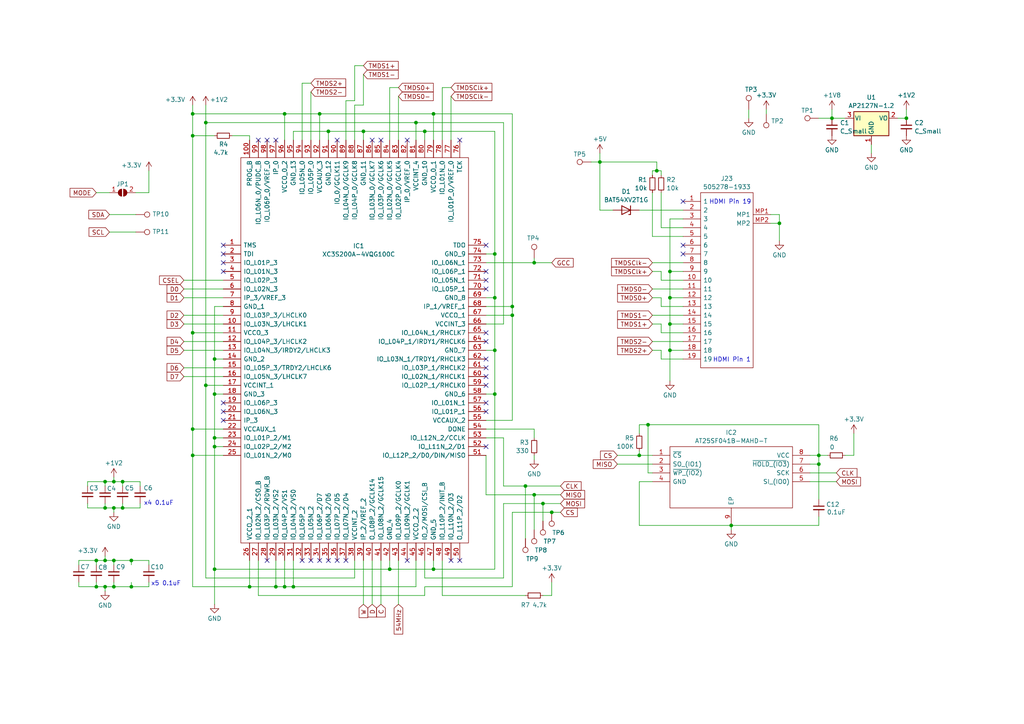
<source format=kicad_sch>
(kicad_sch (version 20231120) (generator "eeschema") (generator_version "8.0")
  (paper "A4")
  (junction (at 212.09 152.4))
  (junction (at 82.55 33.02))
  (junction (at 27.94 170.18))
  (junction (at 55.88 96.52))
  (junction (at 143.51 86.36))
  (junction (at 62.23 127))
  (junction (at 80.01 170.18))
  (junction (at 59.69 35.56))
  (junction (at 92.71 33.02))
  (junction (at 152.4 140.97))
  (junction (at 55.88 124.46))
  (junction (at 30.48 139.7))
  (junction (at 190.5 49.53))
  (junction (at 194.31 93.98))
  (junction (at 120.65 35.56))
  (junction (at 35.56 139.7))
  (junction (at 59.69 111.76))
  (junction (at 237.49 132.08))
  (junction (at 143.51 73.66))
  (junction (at 82.55 170.18))
  (junction (at 33.02 162.56))
  (junction (at 62.23 104.14))
  (junction (at 105.41 38.1))
  (junction (at 33.02 139.7))
  (junction (at 148.59 91.44))
  (junction (at 143.51 101.6))
  (junction (at 194.31 101.6))
  (junction (at 237.49 134.62))
  (junction (at 123.19 38.1))
  (junction (at 30.48 162.56))
  (junction (at 30.48 170.18))
  (junction (at 38.1 170.18))
  (junction (at 160.02 148.59))
  (junction (at 154.94 76.2))
  (junction (at 85.09 170.18))
  (junction (at 113.03 165.1))
  (junction (at 148.59 88.9))
  (junction (at 262.89 34.29))
  (junction (at 194.31 86.36))
  (junction (at 157.48 146.05))
  (junction (at 226.06 64.77))
  (junction (at 95.25 38.1))
  (junction (at 125.73 165.1))
  (junction (at 35.56 147.32))
  (junction (at 30.48 147.32))
  (junction (at 62.23 114.3))
  (junction (at 125.73 33.02))
  (junction (at 55.88 132.08))
  (junction (at 62.23 165.1))
  (junction (at 185.42 132.08))
  (junction (at 38.1 162.56))
  (junction (at 33.02 147.32))
  (junction (at 72.39 170.18))
  (junction (at 55.88 39.37))
  (junction (at 27.94 162.56))
  (junction (at 33.02 170.18))
  (junction (at 55.88 33.02))
  (junction (at 143.51 114.3))
  (junction (at 241.3 34.29))
  (junction (at 154.94 143.51))
  (junction (at 173.99 46.99))
  (junction (at 194.31 78.74))
  (junction (at 187.96 123.19))
  (junction (at 62.23 129.54))
  (no_connect (at 64.77 121.92))
  (no_connect (at 198.12 71.12))
  (no_connect (at 140.97 104.14))
  (no_connect (at 140.97 129.54))
  (no_connect (at 140.97 109.22))
  (no_connect (at 64.77 116.84))
  (no_connect (at 140.97 71.12))
  (no_connect (at 140.97 119.38))
  (no_connect (at 140.97 78.74))
  (no_connect (at 198.12 73.66))
  (no_connect (at 74.93 40.64))
  (no_connect (at 97.79 162.56))
  (no_connect (at 140.97 106.68))
  (no_connect (at 198.12 58.42))
  (no_connect (at 140.97 111.76))
  (no_connect (at 133.35 162.56))
  (no_connect (at 140.97 99.06))
  (no_connect (at 110.49 40.64))
  (no_connect (at 64.77 71.12))
  (no_connect (at 97.79 40.64))
  (no_connect (at 140.97 81.28))
  (no_connect (at 95.25 162.56))
  (no_connect (at 92.71 162.56))
  (no_connect (at 64.77 76.2))
  (no_connect (at 64.77 78.74))
  (no_connect (at 77.47 162.56))
  (no_connect (at 64.77 73.66))
  (no_connect (at 77.47 40.64))
  (no_connect (at 90.17 162.56))
  (no_connect (at 107.95 40.64))
  (no_connect (at 133.35 40.64))
  (no_connect (at 118.11 40.64))
  (no_connect (at 140.97 83.82))
  (no_connect (at 80.01 40.64))
  (no_connect (at 87.63 162.56))
  (no_connect (at 140.97 116.84))
  (no_connect (at 140.97 96.52))
  (no_connect (at 100.33 162.56))
  (no_connect (at 130.81 162.56))
  (no_connect (at 118.11 162.56))
  (no_connect (at 64.77 119.38))
  (wire (pts (xy 212.09 152.4) (xy 212.09 153.67)))
  (wire (pts (xy 33.02 139.7) (xy 35.56 139.7)))
  (wire (pts (xy 22.86 163.83) (xy 22.86 162.56)))
  (wire (pts (xy 148.59 121.92) (xy 140.97 121.92)))
  (wire (pts (xy 185.42 125.73) (xy 185.42 123.19)))
  (wire (pts (xy 113.03 25.4) (xy 113.03 40.64)))
  (wire (pts (xy 130.81 27.94) (xy 130.81 40.64)))
  (wire (pts (xy 189.23 49.53) (xy 190.5 49.53)))
  (wire (pts (xy 226.06 69.85) (xy 226.06 64.77)))
  (wire (pts (xy 148.59 33.02) (xy 148.59 88.9)))
  (wire (pts (xy 43.18 170.18) (xy 38.1 170.18)))
  (wire (pts (xy 22.86 168.91) (xy 22.86 170.18)))
  (wire (pts (xy 53.34 99.06) (xy 64.77 99.06)))
  (wire (pts (xy 67.31 39.37) (xy 72.39 39.37)))
  (wire (pts (xy 27.94 168.91) (xy 27.94 170.18)))
  (wire (pts (xy 194.31 101.6) (xy 194.31 93.98)))
  (wire (pts (xy 146.05 93.98) (xy 140.97 93.98)))
  (wire (pts (xy 154.94 143.51) (xy 154.94 153.67)))
  (wire (pts (xy 143.51 73.66) (xy 143.51 38.1)))
  (wire (pts (xy 33.02 147.32) (xy 33.02 148.59)))
  (wire (pts (xy 27.94 162.56) (xy 27.94 163.83)))
  (wire (pts (xy 102.87 29.21) (xy 100.33 29.21)))
  (wire (pts (xy 62.23 127) (xy 64.77 127)))
  (wire (pts (xy 189.23 86.36) (xy 191.77 86.36)))
  (wire (pts (xy 74.93 162.56) (xy 74.93 172.72)))
  (wire (pts (xy 173.99 60.96) (xy 173.99 46.99)))
  (wire (pts (xy 189.23 101.6) (xy 191.77 101.6)))
  (wire (pts (xy 115.57 162.56) (xy 115.57 175.26)))
  (wire (pts (xy 173.99 44.45) (xy 173.99 46.99)))
  (wire (pts (xy 154.94 127) (xy 154.94 124.46)))
  (wire (pts (xy 226.06 62.23) (xy 223.52 62.23)))
  (wire (pts (xy 173.99 46.99) (xy 190.5 46.99)))
  (wire (pts (xy 59.69 167.64) (xy 102.87 167.64)))
  (wire (pts (xy 140.97 114.3) (xy 143.51 114.3)))
  (wire (pts (xy 62.23 165.1) (xy 113.03 165.1)))
  (wire (pts (xy 194.31 78.74) (xy 198.12 78.74)))
  (wire (pts (xy 95.25 38.1) (xy 95.25 40.64)))
  (wire (pts (xy 33.02 138.43) (xy 33.02 139.7)))
  (wire (pts (xy 185.42 60.96) (xy 198.12 60.96)))
  (wire (pts (xy 140.97 124.46) (xy 154.94 124.46)))
  (wire (pts (xy 260.35 34.29) (xy 262.89 34.29)))
  (wire (pts (xy 25.4 140.97) (xy 25.4 139.7)))
  (wire (pts (xy 30.48 170.18) (xy 33.02 170.18)))
  (wire (pts (xy 194.31 78.74) (xy 194.31 63.5)))
  (wire (pts (xy 148.59 91.44) (xy 148.59 121.92)))
  (wire (pts (xy 35.56 139.7) (xy 40.64 139.7)))
  (wire (pts (xy 146.05 167.64) (xy 146.05 146.05)))
  (wire (pts (xy 140.97 143.51) (xy 154.94 143.51)))
  (wire (pts (xy 53.34 83.82) (xy 64.77 83.82)))
  (wire (pts (xy 125.73 165.1) (xy 143.51 165.1)))
  (wire (pts (xy 35.56 139.7) (xy 35.56 140.97)))
  (wire (pts (xy 92.71 33.02) (xy 92.71 40.64)))
  (wire (pts (xy 25.4 146.05) (xy 25.4 147.32)))
  (wire (pts (xy 189.23 93.98) (xy 191.77 93.98)))
  (wire (pts (xy 31.75 62.23) (xy 39.37 62.23)))
  (wire (pts (xy 25.4 139.7) (xy 30.48 139.7)))
  (wire (pts (xy 80.01 170.18) (xy 82.55 170.18)))
  (wire (pts (xy 43.18 163.83) (xy 43.18 162.56)))
  (wire (pts (xy 30.48 146.05) (xy 30.48 147.32)))
  (wire (pts (xy 102.87 30.48) (xy 105.41 30.48)))
  (wire (pts (xy 59.69 35.56) (xy 59.69 111.76)))
  (wire (pts (xy 189.23 83.82) (xy 198.12 83.82)))
  (wire (pts (xy 140.97 76.2) (xy 154.94 76.2)))
  (wire (pts (xy 55.88 96.52) (xy 64.77 96.52)))
  (wire (pts (xy 43.18 168.91) (xy 43.18 170.18)))
  (wire (pts (xy 143.51 165.1) (xy 143.51 114.3)))
  (wire (pts (xy 123.19 162.56) (xy 123.19 167.64)))
  (wire (pts (xy 105.41 38.1) (xy 105.41 40.64)))
  (wire (pts (xy 123.19 38.1) (xy 105.41 38.1)))
  (wire (pts (xy 30.48 161.29) (xy 30.48 162.56)))
  (wire (pts (xy 194.31 93.98) (xy 198.12 93.98)))
  (wire (pts (xy 140.97 73.66) (xy 143.51 73.66)))
  (wire (pts (xy 110.49 162.56) (xy 110.49 175.26)))
  (wire (pts (xy 102.87 19.05) (xy 102.87 29.21)))
  (wire (pts (xy 31.75 67.31) (xy 39.37 67.31)))
  (wire (pts (xy 53.34 86.36) (xy 64.77 86.36)))
  (wire (pts (xy 40.64 146.05) (xy 40.64 147.32)))
  (wire (pts (xy 198.12 88.9) (xy 191.77 88.9)))
  (wire (pts (xy 123.19 170.18) (xy 148.59 170.18)))
  (wire (pts (xy 146.05 127) (xy 146.05 140.97)))
  (wire (pts (xy 148.59 88.9) (xy 148.59 91.44)))
  (wire (pts (xy 190.5 49.53) (xy 191.77 49.53)))
  (wire (pts (xy 30.48 139.7) (xy 30.48 140.97)))
  (wire (pts (xy 53.34 106.68) (xy 64.77 106.68)))
  (wire (pts (xy 62.23 129.54) (xy 62.23 165.1)))
  (wire (pts (xy 185.42 123.19) (xy 187.96 123.19)))
  (wire (pts (xy 237.49 152.4) (xy 237.49 149.86)))
  (wire (pts (xy 53.34 93.98) (xy 64.77 93.98)))
  (wire (pts (xy 38.1 162.56) (xy 38.1 163.83)))
  (wire (pts (xy 27.94 170.18) (xy 30.48 170.18)))
  (wire (pts (xy 55.88 170.18) (xy 72.39 170.18)))
  (wire (pts (xy 189.23 78.74) (xy 191.77 78.74)))
  (wire (pts (xy 64.77 111.76) (xy 59.69 111.76)))
  (wire (pts (xy 189.23 137.16) (xy 187.96 137.16)))
  (wire (pts (xy 146.05 93.98) (xy 146.05 35.56)))
  (wire (pts (xy 191.77 66.04) (xy 198.12 66.04)))
  (wire (pts (xy 237.49 123.19) (xy 237.49 132.08)))
  (wire (pts (xy 185.42 132.08) (xy 189.23 132.08)))
  (wire (pts (xy 85.09 38.1) (xy 95.25 38.1)))
  (wire (pts (xy 189.23 55.88) (xy 189.23 68.58)))
  (wire (pts (xy 43.18 49.53) (xy 43.18 55.88)))
  (wire (pts (xy 55.88 132.08) (xy 55.88 170.18)))
  (wire (pts (xy 113.03 162.56) (xy 113.03 165.1)))
  (wire (pts (xy 55.88 124.46) (xy 64.77 124.46)))
  (wire (pts (xy 55.88 33.02) (xy 55.88 39.37)))
  (wire (pts (xy 262.89 31.75) (xy 262.89 34.29)))
  (wire (pts (xy 105.41 21.59) (xy 105.41 30.48)))
  (wire (pts (xy 125.73 162.56) (xy 125.73 165.1)))
  (wire (pts (xy 22.86 162.56) (xy 27.94 162.56)))
  (wire (pts (xy 222.25 31.75) (xy 222.25 33.02)))
  (wire (pts (xy 160.02 148.59) (xy 162.56 148.59)))
  (wire (pts (xy 143.51 86.36) (xy 143.51 73.66)))
  (wire (pts (xy 72.39 170.18) (xy 72.39 162.56)))
  (wire (pts (xy 25.4 147.32) (xy 30.48 147.32)))
  (wire (pts (xy 62.23 104.14) (xy 64.77 104.14)))
  (wire (pts (xy 64.77 88.9) (xy 62.23 88.9)))
  (wire (pts (xy 189.23 99.06) (xy 198.12 99.06)))
  (wire (pts (xy 140.97 88.9) (xy 148.59 88.9)))
  (wire (pts (xy 113.03 165.1) (xy 125.73 165.1)))
  (wire (pts (xy 85.09 170.18) (xy 120.65 170.18)))
  (wire (pts (xy 140.97 101.6) (xy 143.51 101.6)))
  (wire (pts (xy 30.48 170.18) (xy 30.48 171.45)))
  (wire (pts (xy 191.77 81.28) (xy 191.77 78.74)))
  (wire (pts (xy 237.49 132.08) (xy 237.49 134.62)))
  (wire (pts (xy 140.97 86.36) (xy 143.51 86.36)))
  (wire (pts (xy 59.69 35.56) (xy 120.65 35.56)))
  (wire (pts (xy 40.64 139.7) (xy 40.64 140.97)))
  (wire (pts (xy 212.09 152.4) (xy 237.49 152.4)))
  (wire (pts (xy 105.41 19.05) (xy 102.87 19.05)))
  (wire (pts (xy 80.01 162.56) (xy 80.01 170.18)))
  (wire (pts (xy 33.02 162.56) (xy 38.1 162.56)))
  (wire (pts (xy 53.34 101.6) (xy 64.77 101.6)))
  (wire (pts (xy 237.49 132.08) (xy 240.03 132.08)))
  (wire (pts (xy 185.42 139.7) (xy 185.42 152.4)))
  (wire (pts (xy 30.48 139.7) (xy 33.02 139.7)))
  (wire (pts (xy 55.88 132.08) (xy 64.77 132.08)))
  (wire (pts (xy 72.39 40.64) (xy 72.39 39.37)))
  (wire (pts (xy 82.55 170.18) (xy 85.09 170.18)))
  (wire (pts (xy 191.77 104.14) (xy 191.77 101.6)))
  (wire (pts (xy 189.23 68.58) (xy 198.12 68.58)))
  (wire (pts (xy 245.11 132.08) (xy 247.65 132.08)))
  (wire (pts (xy 241.3 34.29) (xy 245.11 34.29)))
  (wire (pts (xy 194.31 93.98) (xy 194.31 86.36)))
  (wire (pts (xy 130.81 25.4) (xy 128.27 25.4)))
  (wire (pts (xy 234.95 134.62) (xy 237.49 134.62)))
  (wire (pts (xy 113.03 25.4) (xy 115.57 25.4)))
  (wire (pts (xy 198.12 81.28) (xy 191.77 81.28)))
  (wire (pts (xy 140.97 132.08) (xy 140.97 143.51)))
  (wire (pts (xy 125.73 33.02) (xy 125.73 40.64)))
  (wire (pts (xy 148.59 91.44) (xy 140.97 91.44)))
  (wire (pts (xy 241.3 31.75) (xy 241.3 34.29)))
  (wire (pts (xy 177.8 60.96) (xy 173.99 60.96)))
  (wire (pts (xy 33.02 170.18) (xy 38.1 170.18)))
  (wire (pts (xy 123.19 172.72) (xy 123.19 170.18)))
  (wire (pts (xy 30.48 162.56) (xy 33.02 162.56)))
  (wire (pts (xy 160.02 172.72) (xy 157.48 172.72)))
  (wire (pts (xy 102.87 40.64) (xy 102.87 30.48)))
  (wire (pts (xy 90.17 26.67) (xy 90.17 40.64)))
  (wire (pts (xy 22.86 170.18) (xy 27.94 170.18)))
  (wire (pts (xy 120.65 35.56) (xy 120.65 40.64)))
  (wire (pts (xy 237.49 34.29) (xy 241.3 34.29)))
  (wire (pts (xy 154.94 143.51) (xy 162.56 143.51)))
  (wire (pts (xy 55.88 33.02) (xy 82.55 33.02)))
  (wire (pts (xy 189.23 76.2) (xy 198.12 76.2)))
  (wire (pts (xy 105.41 162.56) (xy 105.41 175.26)))
  (wire (pts (xy 85.09 40.64) (xy 85.09 38.1)))
  (wire (pts (xy 179.07 134.62) (xy 189.23 134.62)))
  (wire (pts (xy 187.96 123.19) (xy 237.49 123.19)))
  (wire (pts (xy 33.02 147.32) (xy 35.56 147.32)))
  (wire (pts (xy 154.94 76.2) (xy 160.02 76.2)))
  (wire (pts (xy 237.49 134.62) (xy 237.49 144.78)))
  (wire (pts (xy 55.88 39.37) (xy 55.88 96.52)))
  (wire (pts (xy 148.59 170.18) (xy 148.59 148.59)))
  (wire (pts (xy 30.48 147.32) (xy 33.02 147.32)))
  (wire (pts (xy 190.5 46.99) (xy 190.5 49.53)))
  (wire (pts (xy 152.4 140.97) (xy 162.56 140.97)))
  (wire (pts (xy 35.56 147.32) (xy 40.64 147.32)))
  (wire (pts (xy 146.05 140.97) (xy 152.4 140.97)))
  (wire (pts (xy 82.55 33.02) (xy 82.55 40.64)))
  (wire (pts (xy 62.23 88.9) (xy 62.23 104.14)))
  (wire (pts (xy 247.65 125.73) (xy 247.65 132.08)))
  (wire (pts (xy 125.73 33.02) (xy 148.59 33.02)))
  (wire (pts (xy 198.12 104.14) (xy 191.77 104.14)))
  (wire (pts (xy 189.23 139.7) (xy 185.42 139.7)))
  (wire (pts (xy 82.55 33.02) (xy 92.71 33.02)))
  (wire (pts (xy 154.94 132.08) (xy 154.94 133.35)))
  (wire (pts (xy 62.23 114.3) (xy 62.23 127)))
  (wire (pts (xy 33.02 168.91) (xy 33.02 170.18)))
  (wire (pts (xy 62.23 114.3) (xy 64.77 114.3)))
  (wire (pts (xy 160.02 168.91) (xy 160.02 172.72)))
  (wire (pts (xy 92.71 33.02) (xy 125.73 33.02)))
  (wire (pts (xy 120.65 170.18) (xy 120.65 162.56)))
  (wire (pts (xy 53.34 109.22) (xy 64.77 109.22)))
  (wire (pts (xy 140.97 127) (xy 146.05 127)))
  (wire (pts (xy 194.31 63.5) (xy 198.12 63.5)))
  (wire (pts (xy 143.51 101.6) (xy 143.51 86.36)))
  (wire (pts (xy 27.94 55.88) (xy 31.75 55.88)))
  (wire (pts (xy 234.95 132.08) (xy 237.49 132.08)))
  (wire (pts (xy 55.88 96.52) (xy 55.88 124.46)))
  (wire (pts (xy 87.63 24.13) (xy 87.63 40.64)))
  (wire (pts (xy 62.23 129.54) (xy 64.77 129.54)))
  (wire (pts (xy 143.51 38.1) (xy 123.19 38.1)))
  (wire (pts (xy 171.45 46.99) (xy 173.99 46.99)))
  (wire (pts (xy 191.77 86.36) (xy 191.77 88.9)))
  (wire (pts (xy 55.88 30.48) (xy 55.88 33.02)))
  (wire (pts (xy 74.93 172.72) (xy 123.19 172.72)))
  (wire (pts (xy 123.19 38.1) (xy 123.19 40.64)))
  (wire (pts (xy 189.23 50.8) (xy 189.23 49.53)))
  (wire (pts (xy 38.1 168.91) (xy 38.1 170.18)))
  (wire (pts (xy 157.48 146.05) (xy 162.56 146.05)))
  (wire (pts (xy 191.77 55.88) (xy 191.77 66.04)))
  (wire (pts (xy 143.51 114.3) (xy 143.51 101.6)))
  (wire (pts (xy 55.88 124.46) (xy 55.88 132.08)))
  (wire (pts (xy 128.27 25.4) (xy 128.27 40.64)))
  (wire (pts (xy 148.59 148.59) (xy 160.02 148.59)))
  (wire (pts (xy 191.77 49.53) (xy 191.77 50.8)))
  (wire (pts (xy 59.69 30.48) (xy 59.69 35.56)))
  (wire (pts (xy 223.52 64.77) (xy 226.06 64.77)))
  (wire (pts (xy 217.17 31.75) (xy 217.17 34.29)))
  (wire (pts (xy 154.94 74.93) (xy 154.94 76.2)))
  (wire (pts (xy 82.55 162.56) (xy 82.55 170.18)))
  (wire (pts (xy 115.57 27.94) (xy 115.57 40.64)))
  (wire (pts (xy 152.4 140.97) (xy 152.4 156.21)))
  (wire (pts (xy 27.94 162.56) (xy 30.48 162.56)))
  (wire (pts (xy 85.09 162.56) (xy 85.09 170.18)))
  (wire (pts (xy 33.02 162.56) (xy 33.02 163.83)))
  (wire (pts (xy 194.31 101.6) (xy 198.12 101.6)))
  (wire (pts (xy 194.31 86.36) (xy 194.31 78.74)))
  (wire (pts (xy 59.69 111.76) (xy 59.69 167.64)))
  (wire (pts (xy 53.34 91.44) (xy 64.77 91.44)))
  (wire (pts (xy 185.42 130.81) (xy 185.42 132.08)))
  (wire (pts (xy 128.27 172.72) (xy 152.4 172.72)))
  (wire (pts (xy 146.05 35.56) (xy 120.65 35.56)))
  (wire (pts (xy 194.31 110.49) (xy 194.31 101.6)))
  (wire (pts (xy 72.39 170.18) (xy 80.01 170.18)))
  (wire (pts (xy 53.34 81.28) (xy 64.77 81.28)))
  (wire (pts (xy 234.95 139.7) (xy 242.57 139.7)))
  (wire (pts (xy 105.41 38.1) (xy 95.25 38.1)))
  (wire (pts (xy 100.33 29.21) (xy 100.33 40.64)))
  (wire (pts (xy 187.96 123.19) (xy 187.96 137.16)))
  (wire (pts (xy 191.77 96.52) (xy 198.12 96.52)))
  (wire (pts (xy 123.19 167.64) (xy 146.05 167.64)))
  (wire (pts (xy 252.73 41.91) (xy 252.73 44.45)))
  (wire (pts (xy 39.37 55.88) (xy 43.18 55.88)))
  (wire (pts (xy 55.88 39.37) (xy 62.23 39.37)))
  (wire (pts (xy 194.31 86.36) (xy 198.12 86.36)))
  (wire (pts (xy 62.23 127) (xy 62.23 129.54)))
  (wire (pts (xy 179.07 132.08) (xy 185.42 132.08)))
  (wire (pts (xy 62.23 165.1) (xy 62.23 175.26)))
  (wire (pts (xy 128.27 162.56) (xy 128.27 172.72)))
  (wire (pts (xy 146.05 146.05) (xy 157.48 146.05)))
  (wire (pts (xy 102.87 167.64) (xy 102.87 162.56)))
  (wire (pts (xy 62.23 104.14) (xy 62.23 114.3)))
  (wire (pts (xy 35.56 146.05) (xy 35.56 147.32)))
  (wire (pts (xy 157.48 146.05) (xy 157.48 151.13)))
  (wire (pts (xy 189.23 91.44) (xy 198.12 91.44)))
  (wire (pts (xy 226.06 64.77) (xy 226.06 62.23)))
  (wire (pts (xy 185.42 152.4) (xy 212.09 152.4)))
  (wire (pts (xy 107.95 162.56) (xy 107.95 175.26)))
  (wire (pts (xy 87.63 24.13) (xy 90.17 24.13)))
  (wire (pts (xy 191.77 93.98) (xy 191.77 96.52)))
  (wire (pts (xy 43.18 162.56) (xy 38.1 162.56)))
  (wire (pts (xy 234.95 137.16) (xy 242.57 137.16)))
  (text "HDMI Pin 1" (at 212.2821 104.4417 0) (effects (font (size 1.27 1.27))))
  (text "x5 0.1uF" (at 48.1452 169.3341 0) (effects (font (size 1.27 1.27))))
  (text "x4 0.1uF" (at 46.0408 146.0051 0) (effects (font (size 1.27 1.27))))
  (text "HDMI Pin 19" (at 211.7953 58.6513 0) (effects (font (size 1.27 1.27))))
  (global_label "TMDS1-" (shape input) (at 189.23 91.44 180) (property "Intersheetrefs" "${INTERSHEET_REFS}" (effects (hide yes))))
  (global_label "CLK" (shape input) (at 162.56 140.97 0) (property "Intersheetrefs" "${INTERSHEET_REFS}" (effects (hide yes))))
  (global_label "SCL" (shape input) (at 31.75 67.31 180) (property "Intersheetrefs" "${INTERSHEET_REFS}" (effects (hide yes))))
  (global_label "D5" (shape input) (at 53.34 101.6 180) (property "Intersheetrefs" "${INTERSHEET_REFS}" (effects (hide yes))))
  (global_label "TMDSClk-" (shape input) (at 130.81 27.94 0) (property "Intersheetrefs" "${INTERSHEET_REFS}" (effects (hide yes))))
  (global_label "D" (shape input) (at 107.95 175.26 270) (property "Intersheetrefs" "${INTERSHEET_REFS}" (effects (hide yes))))
  (global_label "D0" (shape input) (at 53.34 83.82 180) (property "Intersheetrefs" "${INTERSHEET_REFS}" (effects (hide yes))))
  (global_label "TMDS2+" (shape input) (at 189.23 101.6 180) (property "Intersheetrefs" "${INTERSHEET_REFS}" (effects (hide yes))))
  (global_label "TMDSClk-" (shape input) (at 189.23 76.2 180) (property "Intersheetrefs" "${INTERSHEET_REFS}" (effects (hide yes))))
  (global_label "TMDSClk+" (shape input) (at 189.23 78.74 180) (property "Intersheetrefs" "${INTERSHEET_REFS}" (effects (hide yes))))
  (global_label "CS" (shape input) (at 179.07 132.08 180) (property "Intersheetrefs" "${INTERSHEET_REFS}" (effects (hide yes))))
  (global_label "TMDS2-" (shape input) (at 90.17 26.67 0) (property "Intersheetrefs" "${INTERSHEET_REFS}" (effects (hide yes))))
  (global_label "TMDSClk+" (shape input) (at 130.81 25.4 0) (property "Intersheetrefs" "${INTERSHEET_REFS}" (effects (hide yes))))
  (global_label "TMDS0+" (shape input) (at 115.57 25.4 0) (property "Intersheetrefs" "${INTERSHEET_REFS}" (effects (hide yes))))
  (global_label "MOSI" (shape input) (at 242.57 139.7 0) (property "Intersheetrefs" "${INTERSHEET_REFS}" (effects (hide yes))))
  (global_label "TMDS0-" (shape input) (at 189.23 83.82 180) (property "Intersheetrefs" "${INTERSHEET_REFS}" (effects (hide yes))))
  (global_label "D6" (shape input) (at 53.34 106.68 180) (property "Intersheetrefs" "${INTERSHEET_REFS}" (effects (hide yes))))
  (global_label "W" (shape input) (at 105.41 175.26 270) (property "Intersheetrefs" "${INTERSHEET_REFS}" (effects (hide yes))))
  (global_label "D3" (shape input) (at 53.34 93.98 180) (property "Intersheetrefs" "${INTERSHEET_REFS}" (effects (hide yes))))
  (global_label "CSEL" (shape input) (at 53.34 81.28 180) (property "Intersheetrefs" "${INTERSHEET_REFS}" (effects (hide yes))))
  (global_label "C" (shape input) (at 110.49 175.26 270) (property "Intersheetrefs" "${INTERSHEET_REFS}" (effects (hide yes))))
  (global_label "54MHz" (shape input) (at 115.57 175.26 270) (property "Intersheetrefs" "${INTERSHEET_REFS}" (effects (hide yes))))
  (global_label "CS" (shape input) (at 162.56 148.59 0) (property "Intersheetrefs" "${INTERSHEET_REFS}" (effects (hide yes))))
  (global_label "D2" (shape input) (at 53.34 91.44 180) (property "Intersheetrefs" "${INTERSHEET_REFS}" (effects (hide yes))))
  (global_label "TMDS2+" (shape input) (at 90.17 24.13 0) (property "Intersheetrefs" "${INTERSHEET_REFS}" (effects (hide yes))))
  (global_label "TMDS1+" (shape input) (at 189.23 93.98 180) (property "Intersheetrefs" "${INTERSHEET_REFS}" (effects (hide yes))))
  (global_label "SDA" (shape input) (at 31.75 62.23 180) (property "Intersheetrefs" "${INTERSHEET_REFS}" (effects (hide yes))))
  (global_label "TMDS1-" (shape input) (at 105.41 21.59 0) (property "Intersheetrefs" "${INTERSHEET_REFS}" (effects (hide yes))))
  (global_label "TMDS0-" (shape input) (at 115.57 27.94 0) (property "Intersheetrefs" "${INTERSHEET_REFS}" (effects (hide yes))))
  (global_label "MISO" (shape input) (at 179.07 134.62 180) (property "Intersheetrefs" "${INTERSHEET_REFS}" (effects (hide yes))))
  (global_label "D1" (shape input) (at 53.34 86.36 180) (property "Intersheetrefs" "${INTERSHEET_REFS}" (effects (hide yes))))
  (global_label "CLK" (shape input) (at 242.57 137.16 0) (property "Intersheetrefs" "${INTERSHEET_REFS}" (effects (hide yes))))
  (global_label "MOSI" (shape input) (at 162.56 146.05 0) (property "Intersheetrefs" "${INTERSHEET_REFS}" (effects (hide yes))))
  (global_label "TMDS0+" (shape input) (at 189.23 86.36 180) (property "Intersheetrefs" "${INTERSHEET_REFS}" (effects (hide yes))))
  (global_label "D7" (shape input) (at 53.34 109.22 180) (property "Intersheetrefs" "${INTERSHEET_REFS}" (effects (hide yes))))
  (global_label "MODE" (shape input) (at 27.94 55.88 180) (property "Intersheetrefs" "${INTERSHEET_REFS}" (effects (hide yes))))
  (global_label "D4" (shape input) (at 53.34 99.06 180) (property "Intersheetrefs" "${INTERSHEET_REFS}" (effects (hide yes))))
  (global_label "TMDS2-" (shape input) (at 189.23 99.06 180) (property "Intersheetrefs" "${INTERSHEET_REFS}" (effects (hide yes))))
  (global_label "GCC" (shape input) (at 160.02 76.2 0) (property "Intersheetrefs" "${INTERSHEET_REFS}" (effects (hide yes))))
  (global_label "TMDS1+" (shape input) (at 105.41 19.05 0) (property "Intersheetrefs" "${INTERSHEET_REFS}" (effects (hide yes))))
  (global_label "MISO" (shape input) (at 162.56 143.51 0) (property "Intersheetrefs" "${INTERSHEET_REFS}" (effects (hide yes))))
  (symbol (lib_id "Device:C_Small") (at 35.56 143.51 0) (unit 1)
    (property "Reference" "C5" (at 36.1742 141.5731 0) (effects (justify left)))
    (property "Value" "0.1uF" (effects (hide yes)))
    (property "Footprint" "Capacitor_SMD:C_0402_1005Metric" (effects (hide yes)))
    (property "Description" "Unpolarized capacitor, small symbol" (effects (hide yes)))
  )
  (symbol (lib_id "power:+5V") (at 173.99 44.45 0) (unit 1)
    (property "Reference" "#PWR011" (effects (hide yes)))
    (property "Value" "+5V" (at 173.99 40.3169 0))
    (property "Description" "Power symbol creates a global label with name \"+5V\"" (effects (hide yes)))
  )
  (symbol (lib_id "power:+3.3V") (at 43.18 49.53 0) (unit 1)
    (property "Reference" "#PWR025" (effects (hide yes)))
    (property "Value" "+3.3V" (at 38.1 47.9369 0))
    (property "Description" "Power symbol creates a global label with name \"+3.3V\"" (effects (hide yes)))
  )
  (symbol (lib_id "Device:C_Small") (at 30.48 143.51 0) (unit 1)
    (property "Reference" "C4" (at 30.9948 141.7054 0) (effects (justify left)))
    (property "Value" "0.1uF" (effects (hide yes)))
    (property "Footprint" "Capacitor_SMD:C_0402_1005Metric" (effects (hide yes)))
    (property "Description" "Unpolarized capacitor, small symbol" (effects (hide yes)))
  )
  (symbol (lib_id "power:+1V2") (at 59.69 30.48 0) (unit 1)
    (property "Reference" "#PWR013" (effects (hide yes)))
    (property "Value" "+1V2" (at 63.5 28.8869 0))
    (property "Description" "Power symbol creates a global label with name \"+1V2\"" (effects (hide yes)))
  )
  (symbol (lib_id "power:GND") (at 262.89 39.37 0) (unit 1)
    (property "Reference" "#PWR03" (effects (hide yes)))
    (property "Value" "GND" (at 262.89 43.5031 0))
    (property "Description" "Power symbol creates a global label with name \"GND\" , ground" (effects (hide yes)))
  )
  (symbol (lib_id "Device:C_Small") (at 241.3 36.83 0) (unit 1)
    (property "Reference" "C1" (at 243.6241 35.6241 0) (effects (justify left)))
    (property "Value" "C_Small" (at 243.6241 38.0484 0) (effects (justify left)))
    (property "Footprint" "Capacitor_SMD:C_0402_1005Metric" (effects (hide yes)))
    (property "Description" "Unpolarized capacitor, small symbol" (effects (hide yes)))
  )
  (symbol (lib_id "Connector:TestPoint") (at 154.94 153.67 180) (unit 1)
    (property "Reference" "TP8" (at 155.067 159.5698 0) (effects (justify right)))
    (property "Value" "TestPoint" (effects (hide yes)))
    (property "Footprint" "SamacSys_Parts:TestPoint_Pad_D0.75mm" (effects (hide yes)))
    (property "Description" "test point" (effects (hide yes)))
  )
  (symbol (lib_id "power:GND") (at 194.31 110.49 0) (unit 1)
    (property "Reference" "#PWR010" (effects (hide yes)))
    (property "Value" "GND" (at 194.31 114.6231 0))
    (property "Description" "Power symbol creates a global label with name \"GND\" , ground" (effects (hide yes)))
  )
  (symbol (lib_id "SamacSys_Parts:XC3S200A-4VQG100C") (at 64.77 71.12 0) (unit 1)
    (property "Reference" "IC1" (at 104.0249 71.325 0))
    (property "Value" "XC3S200A-4VQG100C" (at 104.0249 73.7493 0))
    (property "Footprint" "QFP50P1600X1600X120-100N" (effects (hide yes)))
    (property "Datasheet" "http://www.xilinx.com/support/documentation/data_sheets/ds529.pdf" (effects (hide yes)))
    (property "Description" "Spartan-3A FPGA 200k gates VQFP100 XC3S200A-4VQG100C, FPGA Spartan-3A 4032 Cells, 200000 Gates, 28672bit, 4032 Blocks, 1.14  1.26 V 100-Pin VTQFP" (effects (hide yes)))
    (property "Height" "1.2" (effects (hide yes)))
    (property "Mouser Part Number" "217-C3S200A-4VQG100C" (effects (hide yes)))
    (property "Mouser Price/Stock" "https://www.mouser.co.uk/ProductDetail/Xilinx/XC3S200A-4VQG100C?qs=rrS6PyfT74eGc8DZ2cmrnA%3D%3D" (effects (hide yes)))
    (property "Manufacturer_Name" "XILINX" (effects (hide yes)))
    (property "Manufacturer_Part_Number" "XC3S200A-4VQG100C" (effects (hide yes)))
  )
  (symbol (lib_id "Connector:TestPoint") (at 171.45 46.99 90) (unit 1)
    (property "Reference" "TP5" (at 168.148 44.7505 90))
    (property "Value" "TestPoint" (effects (hide yes)))
    (property "Footprint" "TestPoint:TestPoint_Pad_D1.0mm" (effects (hide yes)))
    (property "Description" "test point" (effects (hide yes)))
  )
  (symbol (lib_id "power:GND") (at 217.17 34.29 0) (unit 1)
    (property "Reference" "#PWR09" (effects (hide yes)))
    (property "Value" "GND" (at 217.17 38.4231 0))
    (property "Description" "Power symbol creates a global label with name \"GND\" , ground" (effects (hide yes)))
  )
  (symbol (lib_id "Regulator_Linear:AP2127N-1.2") (at 252.73 34.29 0) (unit 1)
    (property "Reference" "U1" (at 252.73 28.2405 0))
    (property "Value" "AP2127N-1.2" (at 252.73 30.6648 0))
    (property "Footprint" "Package_TO_SOT_SMD:SOT-23" (effects (hide yes)))
    (property "Datasheet" "https://www.diodes.com/assets/Datasheets/AP2127.pdf" (effects (hide yes)))
    (property "Description" "300mA low dropout linear regulator, shutdown pin, 2.5V-6V input voltage, 1.2V fixed positive output, SOT-23 package" (effects (hide yes)))
  )
  (symbol (lib_id "power:GND") (at 154.94 133.35 0) (unit 1)
    (property "Reference" "#PWR012" (effects (hide yes)))
    (property "Value" "GND" (at 154.94 137.4831 0))
    (property "Description" "Power symbol creates a global label with name \"GND\" , ground" (effects (hide yes)))
  )
  (symbol (lib_id "Device:C_Small") (at 22.86 166.37 0) (unit 1)
    (property "Reference" "C7" (at 23.3112 164.4331 0) (effects (justify left)))
    (property "Value" "0.1uF" (effects (hide yes)))
    (property "Footprint" "Capacitor_SMD:C_0402_1005Metric" (effects (hide yes)))
    (property "Description" "Unpolarized capacitor, small symbol" (effects (hide yes)))
  )
  (symbol (lib_id "Device:R_Small") (at 189.23 53.34 0) (mirror y) (unit 1)
    (property "Reference" "R1" (at 187.7314 52.1278 0) (effects (justify left)))
    (property "Value" "10k" (at 187.7314 54.5521 0) (effects (justify left)))
    (property "Footprint" "Resistor_SMD:R_0402_1005Metric" (effects (hide yes)))
    (property "Description" "Resistor, small symbol" (effects (hide yes)))
  )
  (symbol (lib_id "SamacSys_Parts:AT25SF041B-MAHD-T") (at 189.23 132.08 0) (unit 1)
    (property "Reference" "IC2" (at 212.09 125.4463 0))
    (property "Value" "AT25SF041B-MAHD-T" (at 212.09 127.8706 0))
    (property "Footprint" "SON50P300X200X60-9N-D" (effects (hide yes)))
    (property "Datasheet" "https://www.renesas.com/us/en/products/memory-logic/non-volatile-memory/spi-nor-flash/dual-quad-spi-memory/at25sf041b-4mbit-27v-minimum-spi-serial-flash-memory-dual-io-support" (effects (hide yes)))
    (property "Description" "The AT25SF041B is a member of our standard class code and data storage solutions designed for 3V systems in which program code is shadowed from Flash memory into embedded or external RAM for execution.The architecture includes erase block sizes that are optimized to meet the needs of today's code and data storage applications and three security register pages for unique device serialization, system-level Electronic Serial Number (ESN) storage, locked key storage, etc.	Universally compatible pinout and comma" (effects (hide yes)))
    (property "Height" "0.6" (effects (hide yes)))
    (property "Mouser Part Number" "988-AT25SF041BMAHDT" (effects (hide yes)))
    (property "Mouser Price/Stock" "https://www.mouser.co.uk/ProductDetail/Renesas-Dialog/AT25SF041B-MAHD-T?qs=IS%252B4QmGtzzqoh2maLIY0qQ%3D%3D" (effects (hide yes)))
    (property "Manufacturer_Name" "Renesas Electronics" (effects (hide yes)))
    (property "Manufacturer_Part_Number" "AT25SF041B-MAHD-T" (effects (hide yes)))
  )
  (symbol (lib_id "Connector:TestPoint") (at 152.4 156.21 180) (unit 1)
    (property "Reference" "TP9" (at 152.527 162.1098 0) (effects (justify right)))
    (property "Value" "TestPoint" (effects (hide yes)))
    (property "Footprint" "SamacSys_Parts:TestPoint_Pad_D0.75mm" (effects (hide yes)))
    (property "Description" "test point" (effects (hide yes)))
  )
  (symbol (lib_id "power:+3.3V") (at 30.48 161.29 0) (unit 1)
    (property "Reference" "#PWR017" (effects (hide yes)))
    (property "Value" "+3.3V" (at 25.4 159.6969 0))
    (property "Description" "Power symbol creates a global label with name \"+3.3V\"" (effects (hide yes)))
  )
  (symbol (lib_id "Device:C_Small") (at 43.18 166.37 0) (unit 1)
    (property "Reference" "C10" (at 43.6312 164.4331 0) (effects (justify left)))
    (property "Value" "0.1uF" (effects (hide yes)))
    (property "Footprint" "Capacitor_SMD:C_0402_1005Metric" (effects (hide yes)))
    (property "Description" "Unpolarized capacitor, small symbol" (effects (hide yes)))
  )
  (symbol (lib_id "power:GND") (at 252.73 44.45 0) (unit 1)
    (property "Reference" "#PWR01" (effects (hide yes)))
    (property "Value" "GND" (at 252.73 48.5831 0))
    (property "Description" "Power symbol creates a global label with name \"GND\" , ground" (effects (hide yes)))
  )
  (symbol (lib_id "Connector:TestPoint") (at 160.02 148.59 180) (unit 1)
    (property "Reference" "TP6" (at 160.147 154.4898 0) (effects (justify right)))
    (property "Value" "TestPoint" (effects (hide yes)))
    (property "Footprint" "SamacSys_Parts:TestPoint_Pad_D0.75mm" (effects (hide yes)))
    (property "Description" "test point" (effects (hide yes)))
  )
  (symbol (lib_id "Device:C_Small") (at 27.94 166.37 0) (unit 1)
    (property "Reference" "C8" (at 28.4548 164.5654 0) (effects (justify left)))
    (property "Value" "0.1uF" (effects (hide yes)))
    (property "Footprint" "Capacitor_SMD:C_0402_1005Metric" (effects (hide yes)))
    (property "Description" "Unpolarized capacitor, small symbol" (effects (hide yes)))
  )
  (symbol (lib_id "Device:R_Small") (at 64.77 39.37 90) (mirror x) (unit 1)
    (property "Reference" "R4" (at 66.1958 41.8382 90) (effects (justify left)))
    (property "Value" "4.7k" (at 66.1958 44.2625 90) (effects (justify left)))
    (property "Footprint" "Resistor_SMD:R_0402_1005Metric" (effects (hide yes)))
    (property "Description" "Resistor, small symbol" (effects (hide yes)))
  )
  (symbol (lib_id "Device:C_Small") (at 40.64 143.51 0) (unit 1)
    (property "Reference" "C6" (at 41.6055 141.5371 0) (effects (justify left)))
    (property "Value" "0.1uF" (effects (hide yes)))
    (property "Footprint" "Capacitor_SMD:C_0402_1005Metric" (effects (hide yes)))
    (property "Description" "Unpolarized capacitor, small symbol" (effects (hide yes)))
  )
  (symbol (lib_id "Device:C_Small") (at 262.89 36.83 0) (unit 1)
    (property "Reference" "C2" (at 265.2141 35.6241 0) (effects (justify left)))
    (property "Value" "C_Small" (at 265.2141 38.0484 0) (effects (justify left)))
    (property "Footprint" "Capacitor_SMD:C_0402_1005Metric" (effects (hide yes)))
    (property "Description" "Unpolarized capacitor, small symbol" (effects (hide yes)))
  )
  (symbol (lib_id "Device:C_Small") (at 33.02 166.37 0) (unit 1)
    (property "Reference" "C9" (at 33.6342 164.4331 0) (effects (justify left)))
    (property "Value" "0.1uF" (effects (hide yes)))
    (property "Footprint" "Capacitor_SMD:C_0402_1005Metric" (effects (hide yes)))
    (property "Description" "Unpolarized capacitor, small symbol" (effects (hide yes)))
  )
  (symbol (lib_id "power:GND") (at 33.02 148.59 0) (unit 1)
    (property "Reference" "#PWR015" (effects (hide yes)))
    (property "Value" "GND" (at 33.02 152.7231 0))
    (property "Description" "Power symbol creates a global label with name \"GND\" , ground" (effects (hide yes)))
  )
  (symbol (lib_id "power:+3.3V") (at 160.02 168.91 0) (unit 1)
    (property "Reference" "#PWR019" (effects (hide yes)))
    (property "Value" "+3.3V" (at 160.02 164.7769 0))
    (property "Description" "Power symbol creates a global label with name \"+3.3V\"" (effects (hide yes)))
  )
  (symbol (lib_id "power:+1V8") (at 241.3 31.75 0) (unit 1)
    (property "Reference" "#PWR04" (effects (hide yes)))
    (property "Value" "+1V8" (at 241.3 27.6169 0))
    (property "Description" "Power symbol creates a global label with name \"+1V8\"" (effects (hide yes)))
  )
  (symbol (lib_id "power:GND") (at 62.23 175.26 0) (unit 1)
    (property "Reference" "#PWR06" (effects (hide yes)))
    (property "Value" "GND" (at 62.23 179.3931 0))
    (property "Description" "Power symbol creates a global label with name \"GND\" , ground" (effects (hide yes)))
  )
  (symbol (lib_id "power:+3.3V") (at 222.25 31.75 0) (unit 1)
    (property "Reference" "#PWR08" (effects (hide yes)))
    (property "Value" "+3.3V" (at 222.25 27.6169 0))
    (property "Description" "Power symbol creates a global label with name \"+3.3V\"" (effects (hide yes)))
  )
  (symbol (lib_id "power:+3.3V") (at 247.65 125.73 0) (unit 1)
    (property "Reference" "#PWR022" (effects (hide yes)))
    (property "Value" "+3.3V" (at 247.65 121.5969 0))
    (property "Description" "Power symbol creates a global label with name \"+3.3V\"" (effects (hide yes)))
  )
  (symbol (lib_id "Connector:TestPoint") (at 39.37 62.23 270) (unit 1)
    (property "Reference" "TP10" (at 49.0798 62.103 90) (effects (justify right)))
    (property "Value" "TestPoint" (effects (hide yes)))
    (property "Footprint" "SamacSys_Parts:TestPoint_Pad_D0.75mm" (effects (hide yes)))
    (property "Description" "test point" (effects (hide yes)))
  )
  (symbol (lib_id "Device:C_Small") (at 237.49 147.32 0) (unit 1)
    (property "Reference" "C12" (at 239.6071 146.3035 0) (effects (justify left)))
    (property "Value" "0.1uF" (at 239.8141 148.5384 0) (effects (justify left)))
    (property "Footprint" "Capacitor_SMD:C_0402_1005Metric" (effects (hide yes)))
    (property "Description" "Unpolarized capacitor, small symbol" (effects (hide yes)))
  )
  (symbol (lib_id "Connector:TestPoint") (at 157.48 151.13 180) (unit 1)
    (property "Reference" "TP7" (at 157.607 157.0298 0) (effects (justify right)))
    (property "Value" "TestPoint" (effects (hide yes)))
    (property "Footprint" "SamacSys_Parts:TestPoint_Pad_D0.75mm" (effects (hide yes)))
    (property "Description" "test point" (effects (hide yes)))
  )
  (symbol (lib_id "Device:R_Small") (at 154.94 172.72 90) (mirror x) (unit 1)
    (property "Reference" "R7" (at 153.7278 175.4886 90) (effects (justify left)))
    (property "Value" "4.7k" (at 158.6921 175.4886 90) (effects (justify left)))
    (property "Footprint" "Resistor_SMD:R_0402_1005Metric" (effects (hide yes)))
    (property "Description" "Resistor, small symbol" (effects (hide yes)))
  )
  (symbol (lib_id "SamacSys_Parts:505278-1933") (at 223.52 58.42 0) (mirror y) (unit 1)
    (property "Reference" "J23" (at 210.82 51.7863 0))
    (property "Value" "505278-1933" (at 210.82 54.2106 0))
    (property "Footprint" "5052781933" (effects (hide yes)))
    (property "Datasheet" "https://www.molex.com/pdm_docs/sd/5052781933_sd.pdf" (effects (hide yes)))
    (property "Description" "FFC & FPC Connectors 0.5 FFC ZIF BTM CONT 19Ckt R/A FRONT FLIP" (effects (hide yes)))
    (property "Height" "2.15" (effects (hide yes)))
    (property "Mouser Part Number" "538-505278-1933" (effects (hide yes)))
    (property "Mouser Price/Stock" "https://www.mouser.co.uk/ProductDetail/Molex/505278-1933?qs=c8NFF48pVsDT1Rm30ZuzyA%3D%3D" (effects (hide yes)))
    (property "Manufacturer_Name" "Molex" (effects (hide yes)))
    (property "Manufacturer_Part_Number" "505278-1933" (effects (hide yes)))
  )
  (symbol (lib_id "Device:R_Small") (at 185.42 128.27 0) (mirror y) (unit 1)
    (property "Reference" "R5" (at 183.9214 127.0578 0) (effects (justify left)))
    (property "Value" "100K" (at 183.9214 129.4821 0) (effects (justify left)))
    (property "Footprint" "Resistor_SMD:R_0402_1005Metric" (effects (hide yes)))
    (property "Description" "Resistor, small symbol" (effects (hide yes)))
  )
  (symbol (lib_id "power:+3.3V") (at 55.88 30.48 0) (unit 1)
    (property "Reference" "#PWR016" (effects (hide yes)))
    (property "Value" "+3.3V" (at 50.8 28.8869 0))
    (property "Description" "Power symbol creates a global label with name \"+3.3V\"" (effects (hide yes)))
  )
  (symbol (lib_id "power:+1V2") (at 262.89 31.75 0) (unit 1)
    (property "Reference" "#PWR05" (effects (hide yes)))
    (property "Value" "+1V2" (at 262.89 27.6169 0))
    (property "Description" "Power symbol creates a global label with name \"+1V2\"" (effects (hide yes)))
  )
  (symbol (lib_id "Connector:TestPoint") (at 237.49 34.29 90) (unit 1)
    (property "Reference" "TP1" (at 234.188 32.0505 90))
    (property "Value" "TestPoint" (effects (hide yes)))
    (property "Footprint" "TestPoint:TestPoint_Pad_D1.5mm" (effects (hide yes)))
    (property "Description" "test point" (effects (hide yes)))
  )
  (symbol (lib_id "Device:R_Small") (at 191.77 53.34 0) (unit 1)
    (property "Reference" "R2" (at 193.2686 52.1278 0) (effects (justify left)))
    (property "Value" "10k" (at 193.2686 54.5521 0) (effects (justify left)))
    (property "Footprint" "Resistor_SMD:R_0402_1005Metric" (effects (hide yes)))
    (property "Description" "Resistor, small symbol" (effects (hide yes)))
  )
  (symbol (lib_id "Device:R_Small") (at 242.57 132.08 270) (mirror x) (unit 1)
    (property "Reference" "R6" (at 240.5121 127.1676 90) (effects (justify left)))
    (property "Value" "0" (at 240.6278 129.7076 90) (effects (justify left)))
    (property "Footprint" "Resistor_SMD:R_0402_1005Metric" (effects (hide yes)))
    (property "Description" "Resistor, small symbol" (effects (hide yes)))
  )
  (symbol (lib_id "power:GND") (at 30.48 171.45 0) (unit 1)
    (property "Reference" "#PWR018" (effects (hide yes)))
    (property "Value" "GND" (at 30.48 175.5831 0))
    (property "Description" "Power symbol creates a global label with name \"GND\" , ground" (effects (hide yes)))
  )
  (symbol (lib_id "Diode:MM5Zxx") (at 181.61 60.96 180) (unit 1)
    (property "Reference" "D1" (at 181.61 55.5455 0))
    (property "Value" "BAT54XV2T1G" (at 181.61 57.9698 0))
    (property "Footprint" "Diode_SMD:D_SOD-523" (effects (hide yes)))
  )
  (symbol (lib_id "Connector:TestPoint") (at 154.94 74.93 0) (unit 1)
    (property "Reference" "TP4" (at 154.6395 69.088 0))
    (property "Value" "TestPoint" (effects (hide yes)))
    (property "Footprint" "TestPoint:TestPoint_Pad_D1.0mm" (effects (hide yes)))
    (property "Description" "test point" (effects (hide yes)))
  )
  (symbol (lib_id "Connector:TestPoint") (at 39.37 67.31 270) (unit 1)
    (property "Reference" "TP11" (at 49.0798 67.183 90) (effects (justify right)))
    (property "Value" "TestPoint" (effects (hide yes)))
    (property "Footprint" "SamacSys_Parts:TestPoint_Pad_D0.75mm" (effects (hide yes)))
    (property "Description" "test point" (effects (hide yes)))
  )
  (symbol (lib_id "Connector:TestPoint") (at 217.17 31.75 0) (unit 1)
    (property "Reference" "TP3" (at 216.027 25.9658 0) (effects (justify left)))
    (property "Value" "TestPoint" (effects (hide yes)))
    (property "Footprint" "TestPoint:TestPoint_Pad_D1.5mm" (effects (hide yes)))
    (property "Description" "test point" (effects (hide yes)))
  )
  (symbol (lib_id "power:GND") (at 226.06 69.85 0) (unit 1)
    (property "Reference" "#PWR07" (effects (hide yes)))
    (property "Value" "GND" (at 226.06 73.9831 0))
    (property "Description" "Power symbol creates a global label with name \"GND\" , ground" (effects (hide yes)))
  )
  (symbol (lib_id "power:+1V2") (at 33.02 138.43 0) (unit 1)
    (property "Reference" "#PWR014" (effects (hide yes)))
    (property "Value" "+1V2" (at 33.02 134.2969 0))
    (property "Description" "Power symbol creates a global label with name \"+1V2\"" (effects (hide yes)))
  )
  (symbol (lib_id "power:GND") (at 241.3 39.37 0) (unit 1)
    (property "Reference" "#PWR02" (effects (hide yes)))
    (property "Value" "GND" (at 241.3 43.5031 0))
    (property "Description" "Power symbol creates a global label with name \"GND\" , ground" (effects (hide yes)))
  )
  (symbol (lib_id "Jumper:SolderJumper_2_Open") (at 35.56 55.88 0) (unit 1)
    (property "Reference" "JP1" (at 35.56 53.3865 0))
    (property "Value" "SolderJumper_2_Open" (effects (hide yes)))
    (property "Footprint" "Jumper:SolderJumper-2_P1.3mm_Open_RoundedPad1.0x1.5mm" (effects (hide yes)))
    (property "Description" "Solder Jumper, 2-pole, open" (effects (hide yes)))
  )
  (symbol (lib_id "Device:R_Small") (at 154.94 129.54 0) (mirror y) (unit 1)
    (property "Reference" "R3" (at 153.4414 128.3278 0) (effects (justify left)))
    (property "Value" "330" (at 153.4414 130.7521 0) (effects (justify left)))
    (property "Footprint" "Resistor_SMD:R_0402_1005Metric" (effects (hide yes)))
    (property "Description" "Resistor, small symbol" (effects (hide yes)))
  )
  (symbol (lib_id "Device:C_Small") (at 25.4 143.51 0) (unit 1)
    (property "Reference" "C3" (at 25.8512 141.5731 0) (effects (justify left)))
    (property "Value" "0.1uF" (effects (hide yes)))
    (property "Footprint" "Capacitor_SMD:C_0402_1005Metric" (effects (hide yes)))
    (property "Description" "Unpolarized capacitor, small symbol" (effects (hide yes)))
  )
  (symbol (lib_id "power:GND") (at 212.09 153.67 0) (unit 1)
    (property "Reference" "#PWR021" (effects (hide yes)))
    (property "Value" "GND" (at 212.09 157.8031 0))
    (property "Description" "Power symbol creates a global label with name \"GND\" , ground" (effects (hide yes)))
  )
  (symbol (lib_id "Connector:TestPoint") (at 222.25 33.02 180) (unit 1)
    (property "Reference" "TP2" (at 223.647 35.1098 0) (effects (justify right)))
    (property "Value" "TestPoint" (effects (hide yes)))
    (property "Footprint" "TestPoint:TestPoint_Pad_D1.5mm" (effects (hide yes)))
    (property "Description" "test point" (effects (hide yes)))
  )
)
</source>
